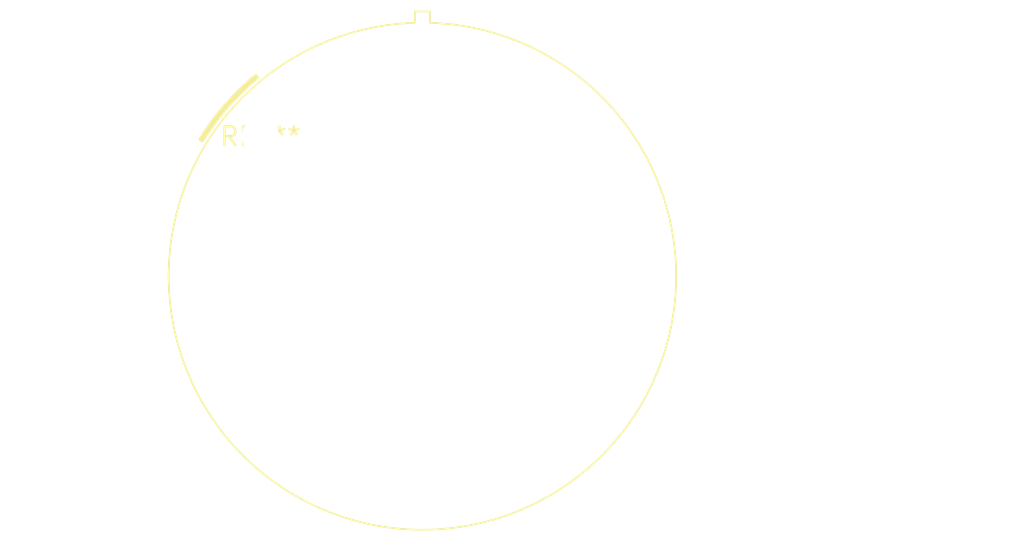
<source format=kicad_pcb>
(kicad_pcb (version 20240108) (generator pcbnew)
  (layers (0 "F.Cu" signal) (31 "B.Cu" signal) (34 "B.Paste" user) (35 "F.Paste" user) (36 "B.SilkS" user "B.Silkscreen") (37 "F.SilkS" user "F.Silkscreen") (38 "B.Mask" user) (39 "F.Mask" user) (44 "Edge.Cuts" user))
  (net 0 "")
  (footprint "Relay_Socket_3PDT_Omron_PLE11-0" (layer "F.Cu") (at 0 0)
    (property "Reference" "REF**")
    (property "Value" "Relay_Socket_3PDT_Omron_PLE11-0")
    (fp_line (start 10.3495 -8.3972) (end 10.3495 -7.6352) (layer "F.SilkS") (stroke (width 0.12)))
    (fp_line (start 11.3655 -8.3972) (end 10.3495 -8.3972) (layer "F.SilkS") (stroke (width 0.12)))
    (fp_line (start 11.3655 -7.6352) (end 11.3655 -8.3972) (layer "F.SilkS") (stroke (width 0.12)))
    (fp_arc (start -3.942499 0.1828) (mid -2.296737 -2.047248) (end -0.318237 -3.988171) (layer "F.SilkS") (stroke (width 0.4)))
    (fp_arc (start 11.3655 -7.6352) (mid 10.8575 26.40838) (end 10.3495 -7.6352) (layer "F.SilkS") (stroke (width 0.12)))
    (pad "11" thru_hole circle (at 6.7878 -4.378 180) (size 4.5 4.5) (drill 2.5) (layers *.Cu *.Mask) (remove_unused_layers))
    (pad "12" thru_hole circle (at -2.1932 15.3496 180) (size 4.5 4.5) (drill 2.5) (layers *.Cu *.Mask) (remove_unused_layers))
    (pad "14" thru_hole circle (at -3.3411 7.3508 180) (size 4.5 4.5) (drill 2.5) (layers *.Cu *.Mask) (remove_unused_layers))
    (pad "21" thru_hole circle (at 10.8575 23.7328 180) (size 4.5 4.5) (drill 2.5) (layers *.Cu *.Mask) (remove_unused_layers))
    (pad "22" thru_hole circle (at 3.1041 21.4578 180) (size 4.5 4.5) (drill 2.5) (layers *.Cu *.Mask) (remove_unused_layers))
    (pad "24" thru_hole circle (at 18.6109 21.4578 180) (size 4.5 4.5) (drill 2.5) (layers *.Cu *.Mask) (remove_unused_layers))
    (pad "31" thru_hole circle (at 14.9272 -4.378 180) (size 4.5 4.5) (drill 2.5) (layers *.Cu *.Mask) (remove_unused_layers))
    (pad "32" thru_hole circle (at 23.9082 15.3496 180) (size 4.5 4.5) (drill 2.5) (layers *.Cu *.Mask) (remove_unused_layers))
    (pad "34" thru_hole circle (at 25.0561 7.3508 180) (size 4.5 4.5) (drill 2.5) (layers *.Cu *.Mask) (remove_unused_layers))
    (pad "A1" thru_hole roundrect (at 0 0 138.8) (size 4.5 4.5) (drill 2.5) (layers *.Cu *.Mask) (remove_unused_layers))
    (pad "A2" thru_hole circle (at 21.715 0 180) (size 4.5 4.5) (drill 2.5) (layers *.Cu *.Mask) (remove_unused_layers))
  )
)
</source>
